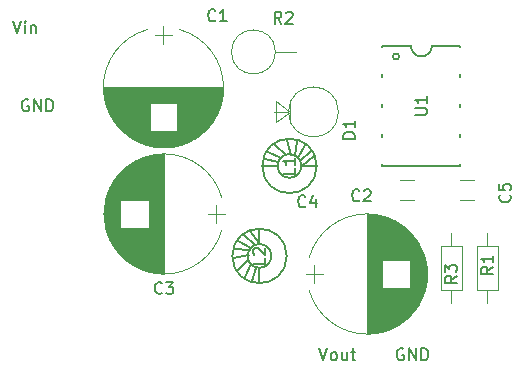
<source format=gbr>
%TF.GenerationSoftware,KiCad,Pcbnew,(6.0.8)*%
%TF.CreationDate,2022-11-19T23:47:37+04:00*%
%TF.ProjectId,MC34063_Buck_Rev4,4d433334-3036-4335-9f42-75636b5f5265,rev?*%
%TF.SameCoordinates,Original*%
%TF.FileFunction,Legend,Top*%
%TF.FilePolarity,Positive*%
%FSLAX46Y46*%
G04 Gerber Fmt 4.6, Leading zero omitted, Abs format (unit mm)*
G04 Created by KiCad (PCBNEW (6.0.8)) date 2022-11-19 23:47:37*
%MOMM*%
%LPD*%
G01*
G04 APERTURE LIST*
%ADD10C,0.150000*%
%ADD11C,0.120000*%
G04 APERTURE END LIST*
D10*
%TO.C,C1*%
X130389333Y-78589142D02*
X130341714Y-78636761D01*
X130198857Y-78684380D01*
X130103619Y-78684380D01*
X129960761Y-78636761D01*
X129865523Y-78541523D01*
X129817904Y-78446285D01*
X129770285Y-78255809D01*
X129770285Y-78112952D01*
X129817904Y-77922476D01*
X129865523Y-77827238D01*
X129960761Y-77732000D01*
X130103619Y-77684380D01*
X130198857Y-77684380D01*
X130341714Y-77732000D01*
X130389333Y-77779619D01*
X131341714Y-78684380D02*
X130770285Y-78684380D01*
X131056000Y-78684380D02*
X131056000Y-77684380D01*
X130960761Y-77827238D01*
X130865523Y-77922476D01*
X130770285Y-77970095D01*
%TO.C,C2*%
X142581333Y-93829142D02*
X142533714Y-93876761D01*
X142390857Y-93924380D01*
X142295619Y-93924380D01*
X142152761Y-93876761D01*
X142057523Y-93781523D01*
X142009904Y-93686285D01*
X141962285Y-93495809D01*
X141962285Y-93352952D01*
X142009904Y-93162476D01*
X142057523Y-93067238D01*
X142152761Y-92972000D01*
X142295619Y-92924380D01*
X142390857Y-92924380D01*
X142533714Y-92972000D01*
X142581333Y-93019619D01*
X142962285Y-93019619D02*
X143009904Y-92972000D01*
X143105142Y-92924380D01*
X143343238Y-92924380D01*
X143438476Y-92972000D01*
X143486095Y-93019619D01*
X143533714Y-93114857D01*
X143533714Y-93210095D01*
X143486095Y-93352952D01*
X142914666Y-93924380D01*
X143533714Y-93924380D01*
%TO.C,C3*%
X125857333Y-101663142D02*
X125809714Y-101710761D01*
X125666857Y-101758380D01*
X125571619Y-101758380D01*
X125428761Y-101710761D01*
X125333523Y-101615523D01*
X125285904Y-101520285D01*
X125238285Y-101329809D01*
X125238285Y-101186952D01*
X125285904Y-100996476D01*
X125333523Y-100901238D01*
X125428761Y-100806000D01*
X125571619Y-100758380D01*
X125666857Y-100758380D01*
X125809714Y-100806000D01*
X125857333Y-100853619D01*
X126190666Y-100758380D02*
X126809714Y-100758380D01*
X126476380Y-101139333D01*
X126619238Y-101139333D01*
X126714476Y-101186952D01*
X126762095Y-101234571D01*
X126809714Y-101329809D01*
X126809714Y-101567904D01*
X126762095Y-101663142D01*
X126714476Y-101710761D01*
X126619238Y-101758380D01*
X126333523Y-101758380D01*
X126238285Y-101710761D01*
X126190666Y-101663142D01*
%TO.C,C4*%
X138009333Y-94337142D02*
X137961714Y-94384761D01*
X137818857Y-94432380D01*
X137723619Y-94432380D01*
X137580761Y-94384761D01*
X137485523Y-94289523D01*
X137437904Y-94194285D01*
X137390285Y-94003809D01*
X137390285Y-93860952D01*
X137437904Y-93670476D01*
X137485523Y-93575238D01*
X137580761Y-93480000D01*
X137723619Y-93432380D01*
X137818857Y-93432380D01*
X137961714Y-93480000D01*
X138009333Y-93527619D01*
X138866476Y-93765714D02*
X138866476Y-94432380D01*
X138628380Y-93384761D02*
X138390285Y-94099047D01*
X139009333Y-94099047D01*
%TO.C,D1*%
X142184380Y-88622095D02*
X141184380Y-88622095D01*
X141184380Y-88384000D01*
X141232000Y-88241142D01*
X141327238Y-88145904D01*
X141422476Y-88098285D01*
X141612952Y-88050666D01*
X141755809Y-88050666D01*
X141946285Y-88098285D01*
X142041523Y-88145904D01*
X142136761Y-88241142D01*
X142184380Y-88384000D01*
X142184380Y-88622095D01*
X142184380Y-87098285D02*
X142184380Y-87669714D01*
X142184380Y-87384000D02*
X141184380Y-87384000D01*
X141327238Y-87479238D01*
X141422476Y-87574476D01*
X141470095Y-87669714D01*
%TO.C,L1*%
X137104380Y-91098666D02*
X137104380Y-91574857D01*
X136104380Y-91574857D01*
X137104380Y-90241523D02*
X137104380Y-90812952D01*
X137104380Y-90527238D02*
X136104380Y-90527238D01*
X136247238Y-90622476D01*
X136342476Y-90717714D01*
X136390095Y-90812952D01*
%TO.C,L2*%
X134564380Y-98718666D02*
X134564380Y-99194857D01*
X133564380Y-99194857D01*
X133659619Y-98432952D02*
X133612000Y-98385333D01*
X133564380Y-98290095D01*
X133564380Y-98052000D01*
X133612000Y-97956761D01*
X133659619Y-97909142D01*
X133754857Y-97861523D01*
X133850095Y-97861523D01*
X133992952Y-97909142D01*
X134564380Y-98480571D01*
X134564380Y-97861523D01*
%TO.C,R1*%
X153868380Y-99480666D02*
X153392190Y-99814000D01*
X153868380Y-100052095D02*
X152868380Y-100052095D01*
X152868380Y-99671142D01*
X152916000Y-99575904D01*
X152963619Y-99528285D01*
X153058857Y-99480666D01*
X153201714Y-99480666D01*
X153296952Y-99528285D01*
X153344571Y-99575904D01*
X153392190Y-99671142D01*
X153392190Y-100052095D01*
X153868380Y-98528285D02*
X153868380Y-99099714D01*
X153868380Y-98814000D02*
X152868380Y-98814000D01*
X153011238Y-98909238D01*
X153106476Y-99004476D01*
X153154095Y-99099714D01*
%TO.C,R2*%
X135977333Y-78872380D02*
X135644000Y-78396190D01*
X135405904Y-78872380D02*
X135405904Y-77872380D01*
X135786857Y-77872380D01*
X135882095Y-77920000D01*
X135929714Y-77967619D01*
X135977333Y-78062857D01*
X135977333Y-78205714D01*
X135929714Y-78300952D01*
X135882095Y-78348571D01*
X135786857Y-78396190D01*
X135405904Y-78396190D01*
X136358285Y-77967619D02*
X136405904Y-77920000D01*
X136501142Y-77872380D01*
X136739238Y-77872380D01*
X136834476Y-77920000D01*
X136882095Y-77967619D01*
X136929714Y-78062857D01*
X136929714Y-78158095D01*
X136882095Y-78300952D01*
X136310666Y-78872380D01*
X136929714Y-78872380D01*
%TO.C,R3*%
X150820380Y-100242666D02*
X150344190Y-100576000D01*
X150820380Y-100814095D02*
X149820380Y-100814095D01*
X149820380Y-100433142D01*
X149868000Y-100337904D01*
X149915619Y-100290285D01*
X150010857Y-100242666D01*
X150153714Y-100242666D01*
X150248952Y-100290285D01*
X150296571Y-100337904D01*
X150344190Y-100433142D01*
X150344190Y-100814095D01*
X149820380Y-99909333D02*
X149820380Y-99290285D01*
X150201333Y-99623619D01*
X150201333Y-99480761D01*
X150248952Y-99385523D01*
X150296571Y-99337904D01*
X150391809Y-99290285D01*
X150629904Y-99290285D01*
X150725142Y-99337904D01*
X150772761Y-99385523D01*
X150820380Y-99480761D01*
X150820380Y-99766476D01*
X150772761Y-99861714D01*
X150725142Y-99909333D01*
%TO.C,U1*%
X147280380Y-86613904D02*
X148089904Y-86613904D01*
X148185142Y-86566285D01*
X148232761Y-86518666D01*
X148280380Y-86423428D01*
X148280380Y-86232952D01*
X148232761Y-86137714D01*
X148185142Y-86090095D01*
X148089904Y-86042476D01*
X147280380Y-86042476D01*
X148280380Y-85042476D02*
X148280380Y-85613904D01*
X148280380Y-85328190D02*
X147280380Y-85328190D01*
X147423238Y-85423428D01*
X147518476Y-85518666D01*
X147566095Y-85613904D01*
%TO.C,GND*%
X114554095Y-85352000D02*
X114458857Y-85304380D01*
X114316000Y-85304380D01*
X114173142Y-85352000D01*
X114077904Y-85447238D01*
X114030285Y-85542476D01*
X113982666Y-85732952D01*
X113982666Y-85875809D01*
X114030285Y-86066285D01*
X114077904Y-86161523D01*
X114173142Y-86256761D01*
X114316000Y-86304380D01*
X114411238Y-86304380D01*
X114554095Y-86256761D01*
X114601714Y-86209142D01*
X114601714Y-85875809D01*
X114411238Y-85875809D01*
X115030285Y-86304380D02*
X115030285Y-85304380D01*
X115601714Y-86304380D01*
X115601714Y-85304380D01*
X116077904Y-86304380D02*
X116077904Y-85304380D01*
X116316000Y-85304380D01*
X116458857Y-85352000D01*
X116554095Y-85447238D01*
X116601714Y-85542476D01*
X116649333Y-85732952D01*
X116649333Y-85875809D01*
X116601714Y-86066285D01*
X116554095Y-86161523D01*
X116458857Y-86256761D01*
X116316000Y-86304380D01*
X116077904Y-86304380D01*
%TO.C,Vout*%
X139192190Y-106386380D02*
X139525523Y-107386380D01*
X139858857Y-106386380D01*
X140335047Y-107386380D02*
X140239809Y-107338761D01*
X140192190Y-107291142D01*
X140144571Y-107195904D01*
X140144571Y-106910190D01*
X140192190Y-106814952D01*
X140239809Y-106767333D01*
X140335047Y-106719714D01*
X140477904Y-106719714D01*
X140573142Y-106767333D01*
X140620761Y-106814952D01*
X140668380Y-106910190D01*
X140668380Y-107195904D01*
X140620761Y-107291142D01*
X140573142Y-107338761D01*
X140477904Y-107386380D01*
X140335047Y-107386380D01*
X141525523Y-106719714D02*
X141525523Y-107386380D01*
X141096952Y-106719714D02*
X141096952Y-107243523D01*
X141144571Y-107338761D01*
X141239809Y-107386380D01*
X141382666Y-107386380D01*
X141477904Y-107338761D01*
X141525523Y-107291142D01*
X141858857Y-106719714D02*
X142239809Y-106719714D01*
X142001714Y-106386380D02*
X142001714Y-107243523D01*
X142049333Y-107338761D01*
X142144571Y-107386380D01*
X142239809Y-107386380D01*
%TO.C,GND*%
X146304095Y-106434000D02*
X146208857Y-106386380D01*
X146066000Y-106386380D01*
X145923142Y-106434000D01*
X145827904Y-106529238D01*
X145780285Y-106624476D01*
X145732666Y-106814952D01*
X145732666Y-106957809D01*
X145780285Y-107148285D01*
X145827904Y-107243523D01*
X145923142Y-107338761D01*
X146066000Y-107386380D01*
X146161238Y-107386380D01*
X146304095Y-107338761D01*
X146351714Y-107291142D01*
X146351714Y-106957809D01*
X146161238Y-106957809D01*
X146780285Y-107386380D02*
X146780285Y-106386380D01*
X147351714Y-107386380D01*
X147351714Y-106386380D01*
X147827904Y-107386380D02*
X147827904Y-106386380D01*
X148066000Y-106386380D01*
X148208857Y-106434000D01*
X148304095Y-106529238D01*
X148351714Y-106624476D01*
X148399333Y-106814952D01*
X148399333Y-106957809D01*
X148351714Y-107148285D01*
X148304095Y-107243523D01*
X148208857Y-107338761D01*
X148066000Y-107386380D01*
X147827904Y-107386380D01*
%TO.C,C5*%
X155297142Y-93384666D02*
X155344761Y-93432285D01*
X155392380Y-93575142D01*
X155392380Y-93670380D01*
X155344761Y-93813238D01*
X155249523Y-93908476D01*
X155154285Y-93956095D01*
X154963809Y-94003714D01*
X154820952Y-94003714D01*
X154630476Y-93956095D01*
X154535238Y-93908476D01*
X154440000Y-93813238D01*
X154392380Y-93670380D01*
X154392380Y-93575142D01*
X154440000Y-93432285D01*
X154487619Y-93384666D01*
X154392380Y-92479904D02*
X154392380Y-92956095D01*
X154868571Y-93003714D01*
X154820952Y-92956095D01*
X154773333Y-92860857D01*
X154773333Y-92622761D01*
X154820952Y-92527523D01*
X154868571Y-92479904D01*
X154963809Y-92432285D01*
X155201904Y-92432285D01*
X155297142Y-92479904D01*
X155344761Y-92527523D01*
X155392380Y-92622761D01*
X155392380Y-92860857D01*
X155344761Y-92956095D01*
X155297142Y-93003714D01*
%TO.C,Vin*%
X113276190Y-78700380D02*
X113609523Y-79700380D01*
X113942857Y-78700380D01*
X114276190Y-79700380D02*
X114276190Y-79033714D01*
X114276190Y-78700380D02*
X114228571Y-78748000D01*
X114276190Y-78795619D01*
X114323809Y-78748000D01*
X114276190Y-78700380D01*
X114276190Y-78795619D01*
X114752380Y-79033714D02*
X114752380Y-79700380D01*
X114752380Y-79128952D02*
X114800000Y-79081333D01*
X114895238Y-79033714D01*
X115038095Y-79033714D01*
X115133333Y-79081333D01*
X115180952Y-79176571D01*
X115180952Y-79700380D01*
D11*
%TO.C,C1*%
X130389000Y-86769000D02*
X127165000Y-86769000D01*
X130454000Y-86649000D02*
X127165000Y-86649000D01*
X128037000Y-88929000D02*
X123931000Y-88929000D01*
X130675000Y-86169000D02*
X127165000Y-86169000D01*
X126734000Y-79838000D02*
X125234000Y-79838000D01*
X130296000Y-86929000D02*
X127165000Y-86929000D01*
X131031000Y-84488000D02*
X120937000Y-84488000D01*
X126897000Y-89289000D02*
X125071000Y-89289000D01*
X129997000Y-87369000D02*
X127165000Y-87369000D01*
X124803000Y-86569000D02*
X121473000Y-86569000D01*
X129621000Y-87809000D02*
X127165000Y-87809000D01*
X129903000Y-87489000D02*
X127165000Y-87489000D01*
X130849000Y-85649000D02*
X127165000Y-85649000D01*
X124803000Y-85689000D02*
X121130000Y-85689000D01*
X124803000Y-87329000D02*
X121941000Y-87329000D01*
X131034000Y-84288000D02*
X120934000Y-84288000D01*
X124803000Y-86409000D02*
X121396000Y-86409000D01*
X124803000Y-87209000D02*
X121854000Y-87209000D01*
X126656000Y-89329000D02*
X125312000Y-89329000D01*
X131024000Y-84608000D02*
X120944000Y-84608000D01*
X130881000Y-85529000D02*
X121087000Y-85529000D01*
X130690000Y-86129000D02*
X127165000Y-86129000D01*
X130412000Y-86729000D02*
X127165000Y-86729000D01*
X129966000Y-87409000D02*
X127165000Y-87409000D01*
X130590000Y-86369000D02*
X127165000Y-86369000D01*
X128878000Y-88449000D02*
X123090000Y-88449000D01*
X124803000Y-85609000D02*
X121108000Y-85609000D01*
X130433000Y-86689000D02*
X127165000Y-86689000D01*
X127638000Y-89089000D02*
X124330000Y-89089000D01*
X130572000Y-86409000D02*
X127165000Y-86409000D01*
X130749000Y-85969000D02*
X127165000Y-85969000D01*
X128761000Y-88529000D02*
X123207000Y-88529000D01*
X124803000Y-87049000D02*
X121747000Y-87049000D01*
X130989000Y-84968000D02*
X120979000Y-84968000D01*
X128820000Y-88489000D02*
X123148000Y-88489000D01*
X124803000Y-85849000D02*
X121178000Y-85849000D01*
X127520000Y-89129000D02*
X124448000Y-89129000D01*
X124803000Y-87129000D02*
X121799000Y-87129000D01*
X128933000Y-88409000D02*
X123035000Y-88409000D01*
X130495000Y-86569000D02*
X127165000Y-86569000D01*
X124803000Y-86129000D02*
X121278000Y-86129000D01*
X124803000Y-87089000D02*
X121773000Y-87089000D01*
X124803000Y-85649000D02*
X121119000Y-85649000D01*
X124803000Y-87249000D02*
X121883000Y-87249000D01*
X130706000Y-86089000D02*
X127165000Y-86089000D01*
X124803000Y-85809000D02*
X121166000Y-85809000D01*
X124803000Y-86529000D02*
X121453000Y-86529000D01*
X130272000Y-86969000D02*
X127165000Y-86969000D01*
X130475000Y-86609000D02*
X127165000Y-86609000D01*
X130625000Y-86289000D02*
X127165000Y-86289000D01*
X124803000Y-86289000D02*
X121343000Y-86289000D01*
X130056000Y-87289000D02*
X127165000Y-87289000D01*
X130027000Y-87329000D02*
X127165000Y-87329000D01*
X124803000Y-86969000D02*
X121696000Y-86969000D01*
X124803000Y-86009000D02*
X121233000Y-86009000D01*
X124803000Y-87529000D02*
X122098000Y-87529000D01*
X124803000Y-87449000D02*
X122033000Y-87449000D01*
X130367000Y-86809000D02*
X127165000Y-86809000D01*
X124803000Y-87169000D02*
X121827000Y-87169000D01*
X124803000Y-86929000D02*
X121672000Y-86929000D01*
X130815000Y-85769000D02*
X127165000Y-85769000D01*
X124803000Y-86729000D02*
X121556000Y-86729000D01*
X131012000Y-84768000D02*
X120956000Y-84768000D01*
X131004000Y-84848000D02*
X120964000Y-84848000D01*
X124803000Y-86089000D02*
X121262000Y-86089000D01*
X124803000Y-85969000D02*
X121219000Y-85969000D01*
X130935000Y-85289000D02*
X121033000Y-85289000D01*
X131008000Y-84808000D02*
X120960000Y-84808000D01*
X131033000Y-84408000D02*
X120935000Y-84408000D01*
X124803000Y-87609000D02*
X122165000Y-87609000D01*
X130085000Y-87249000D02*
X127165000Y-87249000D01*
X130169000Y-87129000D02*
X127165000Y-87129000D01*
X124803000Y-85729000D02*
X121141000Y-85729000D01*
X129659000Y-87769000D02*
X127165000Y-87769000D01*
X128571000Y-88649000D02*
X123397000Y-88649000D01*
X127249000Y-89209000D02*
X124719000Y-89209000D01*
X124803000Y-87929000D02*
X122466000Y-87929000D01*
X124803000Y-87889000D02*
X122425000Y-87889000D01*
X124803000Y-86849000D02*
X121624000Y-86849000D01*
X130971000Y-85089000D02*
X120997000Y-85089000D01*
X130977000Y-85049000D02*
X120991000Y-85049000D01*
X130642000Y-86249000D02*
X127165000Y-86249000D01*
X128124000Y-88889000D02*
X123844000Y-88889000D01*
X130553000Y-86449000D02*
X127165000Y-86449000D01*
X128699000Y-88569000D02*
X123269000Y-88569000D01*
X130114000Y-87209000D02*
X127165000Y-87209000D01*
X130983000Y-85009000D02*
X120985000Y-85009000D01*
X129768000Y-87649000D02*
X127165000Y-87649000D01*
X129331000Y-88089000D02*
X122637000Y-88089000D01*
X130195000Y-87089000D02*
X127165000Y-87089000D01*
X130901000Y-85449000D02*
X121067000Y-85449000D01*
X130999000Y-84888000D02*
X120969000Y-84888000D01*
X129461000Y-87969000D02*
X122507000Y-87969000D01*
X129419000Y-88009000D02*
X122549000Y-88009000D01*
X130534000Y-86489000D02*
X127165000Y-86489000D01*
X128503000Y-88689000D02*
X123465000Y-88689000D01*
X130891000Y-85489000D02*
X121077000Y-85489000D01*
X131032000Y-84448000D02*
X120936000Y-84448000D01*
X124803000Y-86609000D02*
X121493000Y-86609000D01*
X124803000Y-86169000D02*
X121293000Y-86169000D01*
X129696000Y-87729000D02*
X127165000Y-87729000D01*
X131027000Y-84568000D02*
X120941000Y-84568000D01*
X128285000Y-88809000D02*
X123683000Y-88809000D01*
X124803000Y-85929000D02*
X121205000Y-85929000D01*
X127850000Y-89009000D02*
X124118000Y-89009000D01*
X130965000Y-85129000D02*
X121003000Y-85129000D01*
X129239000Y-88169000D02*
X122729000Y-88169000D01*
X126263000Y-89369000D02*
X125705000Y-89369000D01*
X129803000Y-87609000D02*
X127165000Y-87609000D01*
X124803000Y-87729000D02*
X122272000Y-87729000D01*
X130802000Y-85809000D02*
X127165000Y-85809000D01*
X128988000Y-88369000D02*
X122980000Y-88369000D01*
X131029000Y-84528000D02*
X120939000Y-84528000D01*
X131019000Y-84688000D02*
X120949000Y-84688000D01*
X124803000Y-87489000D02*
X122065000Y-87489000D01*
X129935000Y-87449000D02*
X127165000Y-87449000D01*
X130994000Y-84928000D02*
X120974000Y-84928000D01*
X124803000Y-87849000D02*
X122386000Y-87849000D01*
X128636000Y-88609000D02*
X123332000Y-88609000D01*
X130910000Y-85409000D02*
X121058000Y-85409000D01*
X130838000Y-85689000D02*
X127165000Y-85689000D01*
X131034000Y-84368000D02*
X120934000Y-84368000D01*
X124803000Y-86329000D02*
X121360000Y-86329000D01*
X131015000Y-84728000D02*
X120953000Y-84728000D01*
X130141000Y-87169000D02*
X127165000Y-87169000D01*
X124803000Y-86889000D02*
X121648000Y-86889000D01*
X130927000Y-85329000D02*
X121041000Y-85329000D01*
X129191000Y-88209000D02*
X122777000Y-88209000D01*
X130776000Y-85889000D02*
X127165000Y-85889000D01*
X127946000Y-88969000D02*
X124022000Y-88969000D01*
X124803000Y-86769000D02*
X121579000Y-86769000D01*
X124803000Y-87769000D02*
X122309000Y-87769000D01*
X124803000Y-85769000D02*
X121153000Y-85769000D01*
X127747000Y-89049000D02*
X124221000Y-89049000D01*
X129732000Y-87689000D02*
X127165000Y-87689000D01*
X130247000Y-87009000D02*
X127165000Y-87009000D01*
X124803000Y-86809000D02*
X121601000Y-86809000D01*
X129092000Y-88289000D02*
X122876000Y-88289000D01*
X130871000Y-85569000D02*
X121097000Y-85569000D01*
X130919000Y-85369000D02*
X121049000Y-85369000D01*
X129041000Y-88329000D02*
X122927000Y-88329000D01*
X130320000Y-86889000D02*
X127165000Y-86889000D01*
X130943000Y-85249000D02*
X121025000Y-85249000D01*
X124803000Y-87369000D02*
X121971000Y-87369000D01*
X124803000Y-86249000D02*
X121326000Y-86249000D01*
X130827000Y-85729000D02*
X127165000Y-85729000D01*
X130221000Y-87049000D02*
X127165000Y-87049000D01*
X124803000Y-86369000D02*
X121378000Y-86369000D01*
X124803000Y-87409000D02*
X122002000Y-87409000D01*
X124803000Y-87009000D02*
X121721000Y-87009000D01*
X130735000Y-86009000D02*
X127165000Y-86009000D01*
X130721000Y-86049000D02*
X127165000Y-86049000D01*
X131022000Y-84648000D02*
X120946000Y-84648000D01*
X129502000Y-87929000D02*
X127165000Y-87929000D01*
X124803000Y-86049000D02*
X121247000Y-86049000D01*
X129870000Y-87529000D02*
X127165000Y-87529000D01*
X129837000Y-87569000D02*
X127165000Y-87569000D01*
X124803000Y-87649000D02*
X122200000Y-87649000D01*
X124803000Y-85889000D02*
X121192000Y-85889000D01*
X124803000Y-86689000D02*
X121535000Y-86689000D01*
X124803000Y-86649000D02*
X121514000Y-86649000D01*
X127088000Y-89249000D02*
X124880000Y-89249000D01*
X130790000Y-85849000D02*
X127165000Y-85849000D01*
X128433000Y-88729000D02*
X123535000Y-88729000D01*
X124803000Y-87569000D02*
X122131000Y-87569000D01*
X128361000Y-88769000D02*
X123607000Y-88769000D01*
X130344000Y-86849000D02*
X127165000Y-86849000D01*
X124803000Y-86449000D02*
X121415000Y-86449000D01*
X130763000Y-85929000D02*
X127165000Y-85929000D01*
X130608000Y-86329000D02*
X127165000Y-86329000D01*
X129543000Y-87889000D02*
X127165000Y-87889000D01*
X124803000Y-86489000D02*
X121434000Y-86489000D01*
X128206000Y-88849000D02*
X123762000Y-88849000D01*
X130658000Y-86209000D02*
X127165000Y-86209000D01*
X124803000Y-87689000D02*
X122236000Y-87689000D01*
X130958000Y-85169000D02*
X121010000Y-85169000D01*
X129142000Y-88249000D02*
X122826000Y-88249000D01*
X131034000Y-84328000D02*
X120934000Y-84328000D01*
X130515000Y-86529000D02*
X127165000Y-86529000D01*
X129286000Y-88129000D02*
X122682000Y-88129000D01*
X130951000Y-85209000D02*
X121017000Y-85209000D01*
X124803000Y-87289000D02*
X121912000Y-87289000D01*
X129375000Y-88049000D02*
X122593000Y-88049000D01*
X130860000Y-85609000D02*
X127165000Y-85609000D01*
X125984000Y-79088000D02*
X125984000Y-80588000D01*
X129582000Y-87849000D02*
X127165000Y-87849000D01*
X127391000Y-89169000D02*
X124577000Y-89169000D01*
X124803000Y-86209000D02*
X121310000Y-86209000D01*
X124803000Y-87809000D02*
X122347000Y-87809000D01*
X127367264Y-89186437D02*
G75*
G03*
X127364000Y-79388643I-1383264J4898437D01*
G01*
X124604000Y-79388643D02*
G75*
G03*
X124600736Y-89186437I1380000J-4899357D01*
G01*
X124600736Y-89186437D02*
G75*
G03*
X127364000Y-89187357I1383264J4898437D01*
G01*
%TO.C,C2*%
X147165000Y-93825000D02*
X145991000Y-93825000D01*
X147165000Y-92103000D02*
X145991000Y-92103000D01*
%TO.C,C3*%
X124383000Y-99775000D02*
X124383000Y-96177000D01*
X124583000Y-99839000D02*
X124583000Y-96177000D01*
X124423000Y-99788000D02*
X124423000Y-96177000D01*
X121823000Y-97832000D02*
X121823000Y-92160000D01*
X124143000Y-93815000D02*
X124143000Y-90305000D01*
X124823000Y-99903000D02*
X124823000Y-90089000D01*
X121863000Y-97890000D02*
X121863000Y-92102000D01*
X123943000Y-93815000D02*
X123943000Y-90390000D01*
X124223000Y-93815000D02*
X124223000Y-90274000D01*
X123783000Y-99527000D02*
X123783000Y-96177000D01*
X122383000Y-98514000D02*
X122383000Y-96177000D01*
X121903000Y-97945000D02*
X121903000Y-92047000D01*
X125624000Y-100031000D02*
X125624000Y-89961000D01*
X124023000Y-93815000D02*
X124023000Y-90355000D01*
X124383000Y-93815000D02*
X124383000Y-90217000D01*
X122783000Y-93815000D02*
X122783000Y-91110000D01*
X121983000Y-98053000D02*
X121983000Y-91939000D01*
X125504000Y-100020000D02*
X125504000Y-89972000D01*
X123503000Y-93815000D02*
X123503000Y-90613000D01*
X124783000Y-99893000D02*
X124783000Y-90099000D01*
X121663000Y-97583000D02*
X121663000Y-92409000D01*
X121463000Y-97218000D02*
X121463000Y-92774000D01*
X121023000Y-95909000D02*
X121023000Y-94083000D01*
X121263000Y-96759000D02*
X121263000Y-93233000D01*
X125023000Y-99947000D02*
X125023000Y-90045000D01*
X123423000Y-93815000D02*
X123423000Y-90660000D01*
X123223000Y-93815000D02*
X123223000Y-90785000D01*
X123143000Y-99153000D02*
X123143000Y-96177000D01*
X124503000Y-99814000D02*
X124503000Y-96177000D01*
X124903000Y-99922000D02*
X124903000Y-90070000D01*
X123143000Y-93815000D02*
X123143000Y-90839000D01*
X122903000Y-93815000D02*
X122903000Y-91014000D01*
X125864000Y-100044000D02*
X125864000Y-89948000D01*
X123743000Y-93815000D02*
X123743000Y-90485000D01*
X121223000Y-96650000D02*
X121223000Y-93342000D01*
X124183000Y-93815000D02*
X124183000Y-90290000D01*
X121143000Y-96403000D02*
X121143000Y-93589000D01*
X124863000Y-99913000D02*
X124863000Y-90079000D01*
X122063000Y-98154000D02*
X122063000Y-91838000D01*
X124943000Y-99931000D02*
X124943000Y-90061000D01*
X122263000Y-98387000D02*
X122263000Y-91605000D01*
X122823000Y-93815000D02*
X122823000Y-91077000D01*
X122623000Y-98744000D02*
X122623000Y-96177000D01*
X122783000Y-98882000D02*
X122783000Y-96177000D01*
X123983000Y-99620000D02*
X123983000Y-96177000D01*
X124023000Y-99637000D02*
X124023000Y-96177000D01*
X125303000Y-99995000D02*
X125303000Y-89997000D01*
X124143000Y-99687000D02*
X124143000Y-96177000D01*
X123303000Y-93815000D02*
X123303000Y-90733000D01*
X123543000Y-93815000D02*
X123543000Y-90591000D01*
X125944000Y-100046000D02*
X125944000Y-89946000D01*
X124463000Y-93815000D02*
X124463000Y-90190000D01*
X126024000Y-100046000D02*
X126024000Y-89946000D01*
X124543000Y-99827000D02*
X124543000Y-96177000D01*
X131224000Y-94996000D02*
X129724000Y-94996000D01*
X123823000Y-99546000D02*
X123823000Y-96177000D01*
X124623000Y-99850000D02*
X124623000Y-96177000D01*
X124263000Y-99733000D02*
X124263000Y-96177000D01*
X122983000Y-99039000D02*
X122983000Y-96177000D01*
X121543000Y-97373000D02*
X121543000Y-92619000D01*
X121383000Y-97049000D02*
X121383000Y-92943000D01*
X123903000Y-99584000D02*
X123903000Y-96177000D01*
X125704000Y-100036000D02*
X125704000Y-89956000D01*
X123983000Y-93815000D02*
X123983000Y-90372000D01*
X124423000Y-93815000D02*
X124423000Y-90204000D01*
X122223000Y-98343000D02*
X122223000Y-91649000D01*
X122703000Y-98815000D02*
X122703000Y-96177000D01*
X124663000Y-99861000D02*
X124663000Y-96177000D01*
X124303000Y-99747000D02*
X124303000Y-96177000D01*
X122663000Y-98780000D02*
X122663000Y-96177000D01*
X121583000Y-97445000D02*
X121583000Y-92547000D01*
X124543000Y-93815000D02*
X124543000Y-90165000D01*
X124263000Y-93815000D02*
X124263000Y-90259000D01*
X124063000Y-99654000D02*
X124063000Y-96177000D01*
X122183000Y-98298000D02*
X122183000Y-91694000D01*
X123503000Y-99379000D02*
X123503000Y-96177000D01*
X122023000Y-98104000D02*
X122023000Y-91888000D01*
X125384000Y-100006000D02*
X125384000Y-89986000D01*
X124183000Y-99702000D02*
X124183000Y-96177000D01*
X121503000Y-97297000D02*
X121503000Y-92695000D01*
X120983000Y-95668000D02*
X120983000Y-94324000D01*
X122903000Y-98978000D02*
X122903000Y-96177000D01*
X125744000Y-100039000D02*
X125744000Y-89953000D01*
X125223000Y-99983000D02*
X125223000Y-90009000D01*
X125344000Y-100001000D02*
X125344000Y-89991000D01*
X122943000Y-93815000D02*
X122943000Y-90983000D01*
X124663000Y-93815000D02*
X124663000Y-90131000D01*
X124623000Y-93815000D02*
X124623000Y-90142000D01*
X130474000Y-95746000D02*
X130474000Y-94246000D01*
X124583000Y-93815000D02*
X124583000Y-90153000D01*
X122943000Y-99009000D02*
X122943000Y-96177000D01*
X122463000Y-93815000D02*
X122463000Y-91398000D01*
X124343000Y-99761000D02*
X124343000Y-96177000D01*
X123263000Y-99233000D02*
X123263000Y-96177000D01*
X122143000Y-98251000D02*
X122143000Y-91741000D01*
X125063000Y-99955000D02*
X125063000Y-90037000D01*
X123863000Y-99565000D02*
X123863000Y-96177000D01*
X120943000Y-95275000D02*
X120943000Y-94717000D01*
X122743000Y-98849000D02*
X122743000Y-96177000D01*
X122583000Y-98708000D02*
X122583000Y-96177000D01*
X123183000Y-99181000D02*
X123183000Y-96177000D01*
X123383000Y-93815000D02*
X123383000Y-90684000D01*
X125143000Y-99970000D02*
X125143000Y-90022000D01*
X123263000Y-93815000D02*
X123263000Y-90759000D01*
X123343000Y-93815000D02*
X123343000Y-90708000D01*
X123823000Y-93815000D02*
X123823000Y-90446000D01*
X121183000Y-96532000D02*
X121183000Y-93460000D01*
X123463000Y-93815000D02*
X123463000Y-90636000D01*
X124303000Y-93815000D02*
X124303000Y-90245000D01*
X122343000Y-98473000D02*
X122343000Y-91519000D01*
X123583000Y-93815000D02*
X123583000Y-90568000D01*
X125984000Y-100046000D02*
X125984000Y-89946000D01*
X121623000Y-97515000D02*
X121623000Y-92477000D01*
X123423000Y-99332000D02*
X123423000Y-96177000D01*
X123183000Y-93815000D02*
X123183000Y-90811000D01*
X124743000Y-99883000D02*
X124743000Y-90109000D01*
X124983000Y-99939000D02*
X124983000Y-90053000D01*
X122383000Y-93815000D02*
X122383000Y-91478000D01*
X123103000Y-93815000D02*
X123103000Y-90866000D01*
X122583000Y-93815000D02*
X122583000Y-91284000D01*
X125544000Y-100024000D02*
X125544000Y-89968000D01*
X123543000Y-99401000D02*
X123543000Y-96177000D01*
X125664000Y-100034000D02*
X125664000Y-89958000D01*
X122543000Y-98671000D02*
X122543000Y-96177000D01*
X123903000Y-93815000D02*
X123903000Y-90408000D01*
X123863000Y-93815000D02*
X123863000Y-90427000D01*
X125824000Y-100043000D02*
X125824000Y-89949000D01*
X122863000Y-93815000D02*
X122863000Y-91045000D01*
X125584000Y-100027000D02*
X125584000Y-89965000D01*
X125904000Y-100045000D02*
X125904000Y-89947000D01*
X122663000Y-93815000D02*
X122663000Y-91212000D01*
X121303000Y-96862000D02*
X121303000Y-93130000D01*
X123943000Y-99602000D02*
X123943000Y-96177000D01*
X123623000Y-93815000D02*
X123623000Y-90547000D01*
X122703000Y-93815000D02*
X122703000Y-91177000D01*
X122103000Y-98203000D02*
X122103000Y-91789000D01*
X124223000Y-99718000D02*
X124223000Y-96177000D01*
X125464000Y-100016000D02*
X125464000Y-89976000D01*
X125784000Y-100041000D02*
X125784000Y-89951000D01*
X124503000Y-93815000D02*
X124503000Y-90178000D01*
X121063000Y-96100000D02*
X121063000Y-93892000D01*
X123343000Y-99284000D02*
X123343000Y-96177000D01*
X123783000Y-93815000D02*
X123783000Y-90465000D01*
X123623000Y-99445000D02*
X123623000Y-96177000D01*
X121103000Y-96261000D02*
X121103000Y-93731000D01*
X124063000Y-93815000D02*
X124063000Y-90338000D01*
X121703000Y-97648000D02*
X121703000Y-92344000D01*
X122423000Y-98555000D02*
X122423000Y-96177000D01*
X124103000Y-93815000D02*
X124103000Y-90322000D01*
X121343000Y-96958000D02*
X121343000Y-93034000D01*
X122423000Y-93815000D02*
X122423000Y-91437000D01*
X122823000Y-98915000D02*
X122823000Y-96177000D01*
X123023000Y-99068000D02*
X123023000Y-96177000D01*
X125424000Y-100011000D02*
X125424000Y-89981000D01*
X125183000Y-99977000D02*
X125183000Y-90015000D01*
X124703000Y-93815000D02*
X124703000Y-90120000D01*
X122543000Y-93815000D02*
X122543000Y-91321000D01*
X123703000Y-99487000D02*
X123703000Y-96177000D01*
X121783000Y-97773000D02*
X121783000Y-92219000D01*
X122743000Y-93815000D02*
X122743000Y-91143000D01*
X123023000Y-93815000D02*
X123023000Y-90924000D01*
X121423000Y-97136000D02*
X121423000Y-92856000D01*
X123063000Y-99097000D02*
X123063000Y-96177000D01*
X123463000Y-99356000D02*
X123463000Y-96177000D01*
X123663000Y-99466000D02*
X123663000Y-96177000D01*
X122503000Y-98633000D02*
X122503000Y-96177000D01*
X123583000Y-99424000D02*
X123583000Y-96177000D01*
X122623000Y-93815000D02*
X122623000Y-91248000D01*
X124703000Y-99872000D02*
X124703000Y-96177000D01*
X124343000Y-93815000D02*
X124343000Y-90231000D01*
X121943000Y-98000000D02*
X121943000Y-91992000D01*
X121743000Y-97711000D02*
X121743000Y-92281000D01*
X124103000Y-99670000D02*
X124103000Y-96177000D01*
X123303000Y-99259000D02*
X123303000Y-96177000D01*
X122463000Y-98594000D02*
X122463000Y-96177000D01*
X123063000Y-93815000D02*
X123063000Y-90895000D01*
X123223000Y-99207000D02*
X123223000Y-96177000D01*
X125103000Y-99963000D02*
X125103000Y-90029000D01*
X122983000Y-93815000D02*
X122983000Y-90953000D01*
X123703000Y-93815000D02*
X123703000Y-90505000D01*
X122863000Y-98947000D02*
X122863000Y-96177000D01*
X122503000Y-93815000D02*
X122503000Y-91359000D01*
X123103000Y-99126000D02*
X123103000Y-96177000D01*
X124463000Y-99802000D02*
X124463000Y-96177000D01*
X123743000Y-99507000D02*
X123743000Y-96177000D01*
X122303000Y-98431000D02*
X122303000Y-91561000D01*
X123383000Y-99308000D02*
X123383000Y-96177000D01*
X123663000Y-93815000D02*
X123663000Y-90526000D01*
X125263000Y-99989000D02*
X125263000Y-90003000D01*
X121125563Y-96379264D02*
G75*
G03*
X130923357Y-96376000I4898437J1383264D01*
G01*
X121125563Y-93612736D02*
G75*
G03*
X121124643Y-96376000I4898437J-1383264D01*
G01*
X130923357Y-93616000D02*
G75*
G03*
X121125563Y-93612736I-4899357J-1380000D01*
G01*
%TO.C,C4*%
X145657000Y-95648000D02*
X145657000Y-98895000D01*
X145217000Y-101257000D02*
X145217000Y-104717000D01*
X145937000Y-95813000D02*
X145937000Y-98895000D01*
X145137000Y-95402000D02*
X145137000Y-98895000D01*
X148137000Y-98811000D02*
X148137000Y-101341000D01*
X147817000Y-97936000D02*
X147817000Y-102216000D01*
X144017000Y-95089000D02*
X144017000Y-105063000D01*
X147417000Y-97240000D02*
X147417000Y-102912000D01*
X145177000Y-95418000D02*
X145177000Y-98895000D01*
X143296000Y-95026000D02*
X143296000Y-105126000D01*
X145777000Y-95716000D02*
X145777000Y-98895000D01*
X148017000Y-98422000D02*
X148017000Y-101730000D01*
X144657000Y-95233000D02*
X144657000Y-98895000D01*
X144377000Y-95159000D02*
X144377000Y-104993000D01*
X144737000Y-95258000D02*
X144737000Y-98895000D01*
X146577000Y-101257000D02*
X146577000Y-103860000D01*
X145417000Y-95526000D02*
X145417000Y-98895000D01*
X146937000Y-96641000D02*
X146937000Y-103511000D01*
X143336000Y-95027000D02*
X143336000Y-105125000D01*
X144057000Y-95095000D02*
X144057000Y-105057000D01*
X145497000Y-101257000D02*
X145497000Y-104587000D01*
X144617000Y-95222000D02*
X144617000Y-98895000D01*
X144697000Y-101257000D02*
X144697000Y-104907000D01*
X145097000Y-101257000D02*
X145097000Y-104767000D01*
X145537000Y-101257000D02*
X145537000Y-104567000D01*
X145977000Y-101257000D02*
X145977000Y-104313000D01*
X143856000Y-95066000D02*
X143856000Y-105086000D01*
X146897000Y-96599000D02*
X146897000Y-103553000D01*
X147297000Y-97072000D02*
X147297000Y-103080000D01*
X146737000Y-101257000D02*
X146737000Y-103713000D01*
X145617000Y-101257000D02*
X145617000Y-104525000D01*
X145817000Y-95740000D02*
X145817000Y-98895000D01*
X147977000Y-98313000D02*
X147977000Y-101839000D01*
X143816000Y-95061000D02*
X143816000Y-105091000D01*
X147577000Y-97489000D02*
X147577000Y-102663000D01*
X146417000Y-101257000D02*
X146417000Y-103995000D01*
X146017000Y-95865000D02*
X146017000Y-98895000D01*
X145337000Y-95488000D02*
X145337000Y-98895000D01*
X148297000Y-99797000D02*
X148297000Y-100355000D01*
X143496000Y-95033000D02*
X143496000Y-105119000D01*
X146977000Y-96685000D02*
X146977000Y-103467000D01*
X147017000Y-96729000D02*
X147017000Y-103423000D01*
X146777000Y-101257000D02*
X146777000Y-103674000D01*
X146377000Y-101257000D02*
X146377000Y-104027000D01*
X145977000Y-95839000D02*
X145977000Y-98895000D01*
X144817000Y-95284000D02*
X144817000Y-98895000D01*
X145097000Y-95385000D02*
X145097000Y-98895000D01*
X147737000Y-97775000D02*
X147737000Y-102377000D01*
X146337000Y-96094000D02*
X146337000Y-98895000D01*
X147097000Y-96821000D02*
X147097000Y-103331000D01*
X144897000Y-95311000D02*
X144897000Y-98895000D01*
X146457000Y-101257000D02*
X146457000Y-103962000D01*
X143416000Y-95029000D02*
X143416000Y-105123000D01*
X146297000Y-101257000D02*
X146297000Y-104089000D01*
X146657000Y-96364000D02*
X146657000Y-98895000D01*
X146697000Y-96401000D02*
X146697000Y-98895000D01*
X146777000Y-96478000D02*
X146777000Y-98895000D01*
X144497000Y-95189000D02*
X144497000Y-104963000D01*
X148177000Y-98972000D02*
X148177000Y-101180000D01*
X145657000Y-101257000D02*
X145657000Y-104504000D01*
X144297000Y-95141000D02*
X144297000Y-105011000D01*
X147457000Y-97299000D02*
X147457000Y-102853000D01*
X144697000Y-95245000D02*
X144697000Y-98895000D01*
X144537000Y-95200000D02*
X144537000Y-98895000D01*
X138766000Y-99326000D02*
X138766000Y-100826000D01*
X145577000Y-95606000D02*
X145577000Y-98895000D01*
X143736000Y-95052000D02*
X143736000Y-105100000D01*
X145737000Y-95693000D02*
X145737000Y-98895000D01*
X145937000Y-101257000D02*
X145937000Y-104339000D01*
X147497000Y-97361000D02*
X147497000Y-102791000D01*
X145257000Y-101257000D02*
X145257000Y-104700000D01*
X146737000Y-96439000D02*
X146737000Y-98895000D01*
X143656000Y-95045000D02*
X143656000Y-105107000D01*
X146217000Y-96004000D02*
X146217000Y-98895000D01*
X145257000Y-95452000D02*
X145257000Y-98895000D01*
X144577000Y-101257000D02*
X144577000Y-104941000D01*
X143937000Y-95077000D02*
X143937000Y-105075000D01*
X146017000Y-101257000D02*
X146017000Y-104287000D01*
X143376000Y-95028000D02*
X143376000Y-105124000D01*
X147057000Y-96774000D02*
X147057000Y-103378000D01*
X144537000Y-101257000D02*
X144537000Y-104952000D01*
X145497000Y-95565000D02*
X145497000Y-98895000D01*
X144897000Y-101257000D02*
X144897000Y-104841000D01*
X146257000Y-96033000D02*
X146257000Y-98895000D01*
X145777000Y-101257000D02*
X145777000Y-104436000D01*
X145617000Y-95627000D02*
X145617000Y-98895000D01*
X146537000Y-101257000D02*
X146537000Y-103895000D01*
X147937000Y-98210000D02*
X147937000Y-101942000D01*
X144777000Y-95270000D02*
X144777000Y-98895000D01*
X146377000Y-96125000D02*
X146377000Y-98895000D01*
X146617000Y-96328000D02*
X146617000Y-98895000D01*
X146257000Y-101257000D02*
X146257000Y-104119000D01*
X145697000Y-101257000D02*
X145697000Y-104481000D01*
X145857000Y-101257000D02*
X145857000Y-104388000D01*
X147857000Y-98023000D02*
X147857000Y-102129000D01*
X143616000Y-95041000D02*
X143616000Y-105111000D01*
X143896000Y-95071000D02*
X143896000Y-105081000D01*
X147217000Y-96968000D02*
X147217000Y-103184000D01*
X146577000Y-96292000D02*
X146577000Y-98895000D01*
X144977000Y-95339000D02*
X144977000Y-98895000D01*
X144457000Y-95179000D02*
X144457000Y-104973000D01*
X146697000Y-101257000D02*
X146697000Y-103751000D01*
X143977000Y-95083000D02*
X143977000Y-105069000D01*
X145817000Y-101257000D02*
X145817000Y-104412000D01*
X144737000Y-101257000D02*
X144737000Y-104894000D01*
X145297000Y-101257000D02*
X145297000Y-104682000D01*
X146057000Y-101257000D02*
X146057000Y-104261000D01*
X144857000Y-101257000D02*
X144857000Y-104855000D01*
X144977000Y-101257000D02*
X144977000Y-104813000D01*
X145337000Y-101257000D02*
X145337000Y-104664000D01*
X145537000Y-95585000D02*
X145537000Y-98895000D01*
X138016000Y-100076000D02*
X139516000Y-100076000D01*
X146657000Y-101257000D02*
X146657000Y-103788000D01*
X147337000Y-97127000D02*
X147337000Y-103025000D01*
X144617000Y-101257000D02*
X144617000Y-104930000D01*
X145697000Y-95671000D02*
X145697000Y-98895000D01*
X143456000Y-95031000D02*
X143456000Y-105121000D01*
X144097000Y-95102000D02*
X144097000Y-105050000D01*
X146817000Y-96517000D02*
X146817000Y-98895000D01*
X144217000Y-95125000D02*
X144217000Y-105027000D01*
X144857000Y-95297000D02*
X144857000Y-98895000D01*
X143536000Y-95036000D02*
X143536000Y-105116000D01*
X145177000Y-101257000D02*
X145177000Y-104734000D01*
X146857000Y-96558000D02*
X146857000Y-98895000D01*
X144257000Y-95133000D02*
X144257000Y-105019000D01*
X146137000Y-95946000D02*
X146137000Y-98895000D01*
X145457000Y-95545000D02*
X145457000Y-98895000D01*
X145377000Y-101257000D02*
X145377000Y-104645000D01*
X147137000Y-96869000D02*
X147137000Y-103283000D01*
X144657000Y-101257000D02*
X144657000Y-104919000D01*
X144417000Y-95169000D02*
X144417000Y-104983000D01*
X146297000Y-96063000D02*
X146297000Y-98895000D01*
X145377000Y-95507000D02*
X145377000Y-98895000D01*
X143256000Y-95026000D02*
X143256000Y-105126000D01*
X148257000Y-99404000D02*
X148257000Y-100748000D01*
X146057000Y-95891000D02*
X146057000Y-98895000D01*
X146617000Y-101257000D02*
X146617000Y-103824000D01*
X146217000Y-101257000D02*
X146217000Y-104148000D01*
X144337000Y-95150000D02*
X144337000Y-105002000D01*
X146817000Y-101257000D02*
X146817000Y-103635000D01*
X146177000Y-101257000D02*
X146177000Y-104177000D01*
X144777000Y-101257000D02*
X144777000Y-104882000D01*
X145577000Y-101257000D02*
X145577000Y-104546000D01*
X145137000Y-101257000D02*
X145137000Y-104750000D01*
X148057000Y-98540000D02*
X148057000Y-101612000D01*
X147897000Y-98114000D02*
X147897000Y-102038000D01*
X144817000Y-101257000D02*
X144817000Y-104868000D01*
X145897000Y-101257000D02*
X145897000Y-104364000D01*
X146097000Y-95919000D02*
X146097000Y-98895000D01*
X143776000Y-95056000D02*
X143776000Y-105096000D01*
X147377000Y-97182000D02*
X147377000Y-102970000D01*
X144177000Y-95117000D02*
X144177000Y-105035000D01*
X145017000Y-95354000D02*
X145017000Y-98895000D01*
X145417000Y-101257000D02*
X145417000Y-104626000D01*
X146337000Y-101257000D02*
X146337000Y-104058000D01*
X147257000Y-97019000D02*
X147257000Y-103133000D01*
X146857000Y-101257000D02*
X146857000Y-103594000D01*
X145017000Y-101257000D02*
X145017000Y-104798000D01*
X146497000Y-101257000D02*
X146497000Y-103929000D01*
X145857000Y-95764000D02*
X145857000Y-98895000D01*
X145897000Y-95788000D02*
X145897000Y-98895000D01*
X145057000Y-101257000D02*
X145057000Y-104782000D01*
X146497000Y-96223000D02*
X146497000Y-98895000D01*
X147657000Y-97627000D02*
X147657000Y-102525000D01*
X146417000Y-96157000D02*
X146417000Y-98895000D01*
X143696000Y-95048000D02*
X143696000Y-105104000D01*
X146137000Y-101257000D02*
X146137000Y-104206000D01*
X147537000Y-97424000D02*
X147537000Y-102728000D01*
X147777000Y-97854000D02*
X147777000Y-102298000D01*
X144137000Y-95109000D02*
X144137000Y-105043000D01*
X146537000Y-96257000D02*
X146537000Y-98895000D01*
X147697000Y-97699000D02*
X147697000Y-102453000D01*
X145057000Y-95370000D02*
X145057000Y-98895000D01*
X146097000Y-101257000D02*
X146097000Y-104233000D01*
X147177000Y-96918000D02*
X147177000Y-103234000D01*
X145297000Y-95470000D02*
X145297000Y-98895000D01*
X147617000Y-97557000D02*
X147617000Y-102595000D01*
X148217000Y-99163000D02*
X148217000Y-100989000D01*
X148097000Y-98669000D02*
X148097000Y-101483000D01*
X145457000Y-101257000D02*
X145457000Y-104607000D01*
X145217000Y-95435000D02*
X145217000Y-98895000D01*
X146457000Y-96190000D02*
X146457000Y-98895000D01*
X144937000Y-95325000D02*
X144937000Y-98895000D01*
X143576000Y-95038000D02*
X143576000Y-105114000D01*
X146177000Y-95975000D02*
X146177000Y-98895000D01*
X144577000Y-95211000D02*
X144577000Y-98895000D01*
X145737000Y-101257000D02*
X145737000Y-104459000D01*
X144937000Y-101257000D02*
X144937000Y-104827000D01*
X143216000Y-95026000D02*
X143216000Y-105126000D01*
X138316643Y-101456000D02*
G75*
G03*
X148114437Y-101459264I4899357J1380000D01*
G01*
X148114437Y-98692736D02*
G75*
G03*
X138316643Y-98696000I-4898437J-1383264D01*
G01*
X148114437Y-101459264D02*
G75*
G03*
X148115357Y-98696000I-4898437J1383264D01*
G01*
%TO.C,D1*%
X135551333Y-85471000D02*
X136736667Y-86360000D01*
X136569101Y-86360000D02*
X135304000Y-86360000D01*
X136736667Y-86360000D02*
X135551333Y-87249000D01*
X136736667Y-87249000D02*
X136736667Y-85471000D01*
X135551333Y-87249000D02*
X135551333Y-85471000D01*
X140798899Y-86360000D02*
G75*
G03*
X140798899Y-86360000I-2114899J0D01*
G01*
D10*
%TO.C,L1*%
X137551160Y-90533220D02*
X138452860Y-89631520D01*
X135651240Y-90932000D02*
X134452360Y-90932000D01*
X137353040Y-90230960D02*
X137952480Y-89131140D01*
X137152380Y-90131900D02*
X137251440Y-88831420D01*
X136352280Y-90032840D02*
X135453120Y-89131140D01*
X135950960Y-90230960D02*
X134851140Y-89733120D01*
X137751820Y-90932000D02*
X138752580Y-90131900D01*
X136751060Y-90032840D02*
X136451340Y-88732360D01*
X138953240Y-90932000D02*
X137751820Y-90932000D01*
X135651240Y-90632280D02*
X134551420Y-90332560D01*
X137652760Y-90932000D02*
G75*
G03*
X137652760Y-90932000I-1000760J0D01*
G01*
X138953240Y-90932000D02*
G75*
G03*
X138953240Y-90932000I-2301240J0D01*
G01*
%TO.C,L2*%
X133410960Y-99253040D02*
X132913120Y-100352860D01*
X133311900Y-98051620D02*
X132011420Y-97952560D01*
X134112000Y-99552760D02*
X134112000Y-100751640D01*
X134112000Y-97452180D02*
X133311900Y-96451420D01*
X133812280Y-99552760D02*
X133512560Y-100652580D01*
X133410960Y-97850960D02*
X132311140Y-97251520D01*
X133713220Y-97652840D02*
X132811520Y-96751140D01*
X134112000Y-96250760D02*
X134112000Y-97452180D01*
X133212840Y-98452940D02*
X131912360Y-98752660D01*
X133212840Y-98851720D02*
X132311140Y-99750880D01*
X136413240Y-98552000D02*
G75*
G03*
X136413240Y-98552000I-2301240J0D01*
G01*
X135112760Y-98552000D02*
G75*
G03*
X135112760Y-98552000I-1000760J0D01*
G01*
D11*
%TO.C,R1*%
X153416000Y-96638000D02*
X153416000Y-97708000D01*
X153416000Y-102498000D02*
X153416000Y-101428000D01*
X154276000Y-97708000D02*
X152556000Y-97708000D01*
X152556000Y-97708000D02*
X152556000Y-101428000D01*
X152556000Y-101428000D02*
X154276000Y-101428000D01*
X154276000Y-101428000D02*
X154276000Y-97708000D01*
%TO.C,R2*%
X135464000Y-81280000D02*
X137184000Y-81280000D01*
X135464000Y-81280000D02*
G75*
G03*
X135464000Y-81280000I-1860000J0D01*
G01*
%TO.C,R3*%
X151228000Y-101428000D02*
X151228000Y-97708000D01*
X151228000Y-97708000D02*
X149508000Y-97708000D01*
X150368000Y-96638000D02*
X150368000Y-97708000D01*
X149508000Y-97708000D02*
X149508000Y-101428000D01*
X150368000Y-102498000D02*
X150368000Y-101428000D01*
X149508000Y-101428000D02*
X151228000Y-101428000D01*
D10*
%TO.C,U1*%
X144526000Y-90932000D02*
X151130000Y-90932000D01*
X144526000Y-88265000D02*
X144526000Y-88519000D01*
X151130000Y-80772000D02*
X151130000Y-80899000D01*
X151130000Y-83185000D02*
X151130000Y-83439000D01*
X151130000Y-90932000D02*
X151130000Y-90805000D01*
X148717000Y-80772000D02*
X151130000Y-80772000D01*
X144526000Y-85725000D02*
X144526000Y-85979000D01*
X146939000Y-80772000D02*
X144526000Y-80772000D01*
X144526000Y-80772000D02*
X144526000Y-80899000D01*
X151130000Y-85725000D02*
X151130000Y-85979000D01*
X144526000Y-90932000D02*
X144526000Y-90805000D01*
X144526000Y-83185000D02*
X144526000Y-83439000D01*
X151130000Y-88265000D02*
X151130000Y-88519000D01*
X146939000Y-80772000D02*
G75*
G03*
X147828000Y-81661000I889000J0D01*
G01*
X147828000Y-81661000D02*
G75*
G03*
X148717000Y-80772000I0J889000D01*
G01*
X145923000Y-81661000D02*
G75*
G03*
X145923000Y-81661000I-254000J0D01*
G01*
D11*
%TO.C,C5*%
X152245000Y-93825000D02*
X151071000Y-93825000D01*
X152245000Y-92103000D02*
X151071000Y-92103000D01*
%TD*%
M02*

</source>
